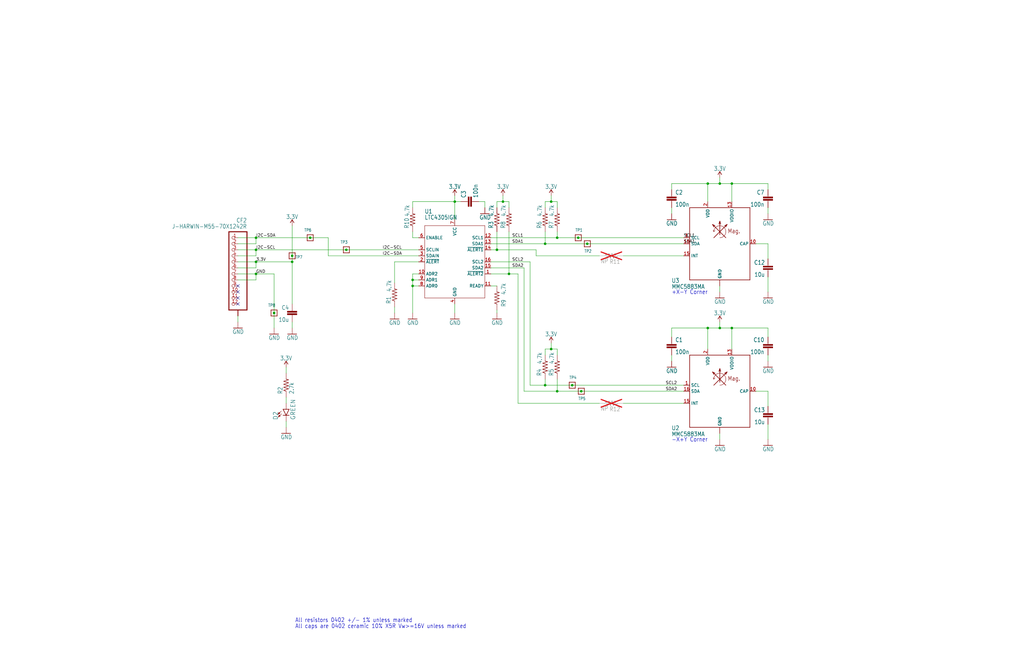
<source format=kicad_sch>
(kicad_sch (version 20231120) (generator "eeschema") (generator_version "8.0")
  (paper "USLedger")
  (title_block (title "OreSat0 +Z End Cap") (date "2021-04-06") (rev "1.1"))
  (lib_symbols
    (symbol "oresat0-plusz-end-cap-eagle-import:3.3V" (power)
      (symbol "3.3V_1_0"
        (polyline (pts (xy 0 2.54) (xy -0.762 1.27)) (stroke (width 0.254)))
        (polyline (pts (xy 0.762 1.27) (xy 0 2.54)) (stroke (width 0.254)))
        (pin power_in line (at 0 0 90) (length 2.54) (name "3.3V") (number "1"))
      )
    )
    (symbol "oresat0-plusz-end-cap-eagle-import:C-EU0603-B-NOSILK"
      (property "Reference" "C" (at 1.524 0.381 0))
      (symbol "C-EU0603-B-NOSILK_1_0"
        (rectangle (start -2.032 -2.032) (end 2.032 -1.524) (fill (type outline)))
        (rectangle (start -2.032 -1.016) (end 2.032 -0.508) (fill (type outline)))
        (polyline (pts (xy 0 -2.54) (xy 0 -2.032)) (stroke (width 0.1524)))
        (polyline (pts (xy 0 0) (xy 0 -0.508)) (stroke (width 0.1524)))
        (pin passive line (at 0 2.54 270) (length 2.54) (name "1") (number "1"))
        (pin passive line (at 0 -5.08 90) (length 2.54) (name "2") (number "2"))
      )
    )
    (symbol "oresat0-plusz-end-cap-eagle-import:GND" (power)
      (symbol "GND_1_0"
        (polyline (pts (xy -1.905 0) (xy 1.905 0)) (stroke (width 0.254)))
        (pin power_in line (at 0 2.54 270) (length 2.54) (name "GND") (number "1"))
      )
    )
    (symbol "oresat0-plusz-end-cap-eagle-import:J-HARWIN-M55-70X1242R"
      (property "Reference" "CF" (at -6.35 19.05 0))
      (symbol "J-HARWIN-M55-70X1242R_1_0"
        (polyline (pts (xy -6.35 -17.78) (xy 1.27 -17.78)) (stroke (width 0.4064)))
        (polyline (pts (xy -6.35 15.24) (xy -6.35 -17.78)) (stroke (width 0.4064)))
        (polyline (pts (xy 1.27 -17.78) (xy 1.27 15.24)) (stroke (width 0.4064)))
        (polyline (pts (xy 1.27 15.24) (xy -6.35 15.24)) (stroke (width 0.4064)))
        (pin passive inverted (at -2.54 12.7 0) (length 2.54) (name "1") (number "1"))
        (pin passive inverted (at -2.54 -10.16 0) (length 2.54) (name "10") (number "10"))
        (pin passive inverted (at -2.54 -12.7 0) (length 2.54) (name "11") (number "11"))
        (pin passive inverted (at -2.54 -15.24 0) (length 2.54) (name "12") (number "12"))
        (pin passive inverted (at -2.54 10.16 0) (length 2.54) (name "2") (number "2"))
        (pin passive inverted (at -2.54 7.62 0) (length 2.54) (name "3") (number "3"))
        (pin passive inverted (at -2.54 5.08 0) (length 2.54) (name "4") (number "4"))
        (pin passive inverted (at -2.54 2.54 0) (length 2.54) (name "5") (number "5"))
        (pin passive inverted (at -2.54 0 0) (length 2.54) (name "6") (number "6"))
        (pin passive inverted (at -2.54 -2.54 0) (length 2.54) (name "7") (number "7"))
        (pin passive inverted (at -2.54 -5.08 0) (length 2.54) (name "8") (number "8"))
        (pin passive inverted (at -2.54 -7.62 0) (length 2.54) (name "9") (number "9"))
        (pin passive line (at -2.54 -20.32 90) (length 2.54) (name "SHIELDS") (number "P$1"))
        (pin passive line (at -2.54 -20.32 90) (length 2.54) (name "SHIELDS") (number "P$2"))
        (pin passive line (at -2.54 -20.32 90) (length 2.54) (name "SHIELDS") (number "P$3"))
        (pin passive line (at -2.54 -20.32 90) (length 2.54) (name "SHIELDS") (number "P$4"))
      )
    )
    (symbol "oresat0-plusz-end-cap-eagle-import:LED-GREEN0603"
      (property "Reference" "D" (at -3.429 -4.572 90))
      (symbol "LED-GREEN0603_1_0"
        (polyline (pts (xy -2.032 -0.762) (xy -3.429 -2.159)) (stroke (width 0.1524)))
        (polyline (pts (xy -1.905 -1.905) (xy -3.302 -3.302)) (stroke (width 0.1524)))
        (polyline (pts (xy 0 -2.54) (xy -1.27 -2.54)) (stroke (width 0.254)))
        (polyline (pts (xy 0 -2.54) (xy -1.27 0)) (stroke (width 0.254)))
        (polyline (pts (xy 1.27 -2.54) (xy 0 -2.54)) (stroke (width 0.254)))
        (polyline (pts (xy 1.27 0) (xy -1.27 0)) (stroke (width 0.254)))
        (polyline (pts (xy 1.27 0) (xy 0 -2.54)) (stroke (width 0.254)))
        (polyline (pts (xy -3.429 -2.159) (xy -3.048 -1.27) (xy -2.54 -1.778)) (stroke (width 0.1524)) (fill (type outline)))
        (polyline (pts (xy -3.302 -3.302) (xy -2.921 -2.413) (xy -2.413 -2.921)) (stroke (width 0.1524)) (fill (type outline)))
        (pin passive line (at 0 2.54 270) (length 2.54) (name "A") (number "A"))
        (pin passive line (at 0 -5.08 90) (length 2.54) (name "C") (number "C"))
      )
    )
    (symbol "oresat0-plusz-end-cap-eagle-import:LTC4305"
      (symbol "LTC4305_1_0"
        (polyline (pts (xy -12.7 -15.24) (xy 12.7 -15.24)) (stroke (width 0.1524)))
        (polyline (pts (xy -12.7 15.24) (xy -12.7 -15.24)) (stroke (width 0.1524)))
        (polyline (pts (xy 12.7 -15.24) (xy 12.7 15.24)) (stroke (width 0.1524)))
        (polyline (pts (xy 12.7 15.24) (xy -12.7 15.24)) (stroke (width 0.1524)))
        (pin input line (at 15.24 -5.08 180) (length 2.54) (name "~{ALERT2}") (number "1"))
        (pin input line (at -15.24 -5.08 0) (length 2.54) (name "ADR2") (number "10"))
        (pin output line (at 15.24 -10.16 180) (length 2.54) (name "READY") (number "11"))
        (pin bidirectional line (at 15.24 10.16 180) (length 2.54) (name "SCL1") (number "12"))
        (pin bidirectional line (at 15.24 7.62 180) (length 2.54) (name "SDA1") (number "13"))
        (pin input line (at 15.24 5.08 180) (length 2.54) (name "~{ALERT1}") (number "14"))
        (pin bidirectional line (at 15.24 -2.54 180) (length 2.54) (name "SDA2") (number "15"))
        (pin bidirectional line (at 15.24 0 180) (length 2.54) (name "SCL2") (number "16"))
        (pin output line (at -15.24 0 0) (length 2.54) (name "~{ALERT}") (number "2"))
        (pin bidirectional line (at -15.24 2.54 0) (length 2.54) (name "SDAIN") (number "3"))
        (pin power_in line (at 0 -17.78 90) (length 2.54) (name "GND") (number "4"))
        (pin bidirectional line (at -15.24 5.08 0) (length 2.54) (name "SCLIN") (number "5"))
        (pin input line (at -15.24 10.16 0) (length 2.54) (name "ENABLE") (number "6"))
        (pin power_in line (at 0 17.78 270) (length 2.54) (name "VCC") (number "7"))
        (pin input line (at -15.24 -10.16 0) (length 2.54) (name "ADR0") (number "8"))
        (pin input line (at -15.24 -7.62 0) (length 2.54) (name "ADR1") (number "9"))
      )
    )
    (symbol "oresat0-plusz-end-cap-eagle-import:MMC5883MA"
      (symbol "MMC5883MA_1_0"
        (polyline (pts (xy -12.7 -15.24) (xy 12.7 -15.24)) (stroke (width 0.254)))
        (polyline (pts (xy -12.7 15.24) (xy -12.7 -15.24)) (stroke (width 0.254)))
        (polyline (pts (xy -3.048 8.128) (xy -2.54 7.112)) (stroke (width 0.254)))
        (polyline (pts (xy -3.048 8.128) (xy -2.032 7.62)) (stroke (width 0.254)))
        (polyline (pts (xy -3.048 8.128) (xy 2.54 2.54)) (stroke (width 0.254)))
        (polyline (pts (xy -2.54 2.54) (xy 3.048 8.128)) (stroke (width 0.254)))
        (polyline (pts (xy -2.54 5.08) (xy -2.794 5.715)) (stroke (width 0.1524)))
        (polyline (pts (xy -2.54 5.08) (xy -2.032 5.588)) (stroke (width 0.1524)))
        (polyline (pts (xy 0 3.81) (xy 0 9.525)) (stroke (width 0.254)))
        (polyline (pts (xy 0 9.525) (xy -0.381 8.382)) (stroke (width 0.254)))
        (polyline (pts (xy 0 9.525) (xy 0.381 8.382)) (stroke (width 0.254)))
        (polyline (pts (xy 3.048 8.128) (xy 2.032 7.62)) (stroke (width 0.254)))
        (polyline (pts (xy 3.048 8.128) (xy 2.54 7.112)) (stroke (width 0.254)))
        (polyline (pts (xy 12.7 -15.24) (xy 12.7 15.24)) (stroke (width 0.254)))
        (polyline (pts (xy 12.7 15.24) (xy -12.7 15.24)) (stroke (width 0.254)))
        (arc (start 0 2.54) (mid 1.7961 6.8761) (end -2.54 5.08) (stroke (width 0.1524)))
        (text "Mag." (at 3.302 4.318 0) (effects (font (size 1.778 1.5113)) (justify left bottom)))
        (pin input line (at -15.24 2.54 0) (length 2.54) (name "SCL") (number "1"))
        (pin power_in line (at 15.24 0 180) (length 2.54) (name "CAP") (number "10"))
        (pin power_in line (at 0 -17.78 90) (length 2.54) (name "GND") (number "11"))
        (pin power_in line (at 5.08 17.78 270) (length 2.54) (name "VDDIO") (number "13"))
        (pin output line (at -15.24 -5.08 0) (length 2.54) (name "INT") (number "15"))
        (pin bidirectional line (at -15.24 0 0) (length 2.54) (name "SDA") (number "16"))
        (pin power_in line (at -5.08 17.78 270) (length 2.54) (name "VDD") (number "2"))
        (pin power_in line (at 0 -17.78 90) (length 2.54) (name "GND") (number "9"))
      )
    )
    (symbol "oresat0-plusz-end-cap-eagle-import:R-US_0603-B-NOSILK"
      (property "Reference" "R" (at -3.81 1.4986 0))
      (symbol "R-US_0603-B-NOSILK_1_0"
        (polyline (pts (xy -2.54 0) (xy -2.159 1.016)) (stroke (width 0.2032)))
        (polyline (pts (xy -2.159 1.016) (xy -1.524 -1.016)) (stroke (width 0.2032)))
        (polyline (pts (xy -1.524 -1.016) (xy -0.889 1.016)) (stroke (width 0.2032)))
        (polyline (pts (xy -0.889 1.016) (xy -0.254 -1.016)) (stroke (width 0.2032)))
        (polyline (pts (xy -0.254 -1.016) (xy 0.381 1.016)) (stroke (width 0.2032)))
        (polyline (pts (xy 0.381 1.016) (xy 1.016 -1.016)) (stroke (width 0.2032)))
        (polyline (pts (xy 1.016 -1.016) (xy 1.651 1.016)) (stroke (width 0.2032)))
        (polyline (pts (xy 1.651 1.016) (xy 2.286 -1.016)) (stroke (width 0.2032)))
        (polyline (pts (xy 2.286 -1.016) (xy 2.54 0)) (stroke (width 0.2032)))
        (pin passive line (at -5.08 0 0) (length 2.54) (name "1") (number "1"))
        (pin passive line (at 5.08 0 180) (length 2.54) (name "2") (number "2"))
      )
    )
    (symbol "oresat0-plusz-end-cap-eagle-import:TEST-POINT-LARGE-SQUARE"
      (property "Reference" "TP" (at -2.54 2.54 0))
      (symbol "TEST-POINT-LARGE-SQUARE_1_0"
        (polyline (pts (xy -1.27 -1.27) (xy -1.27 1.27)) (stroke (width 0.254)))
        (polyline (pts (xy -1.27 1.27) (xy 1.27 1.27)) (stroke (width 0.254)))
        (polyline (pts (xy 1.27 -1.27) (xy -1.27 -1.27)) (stroke (width 0.254)))
        (polyline (pts (xy 1.27 1.27) (xy 1.27 -1.27)) (stroke (width 0.254)))
        (pin passive line (at 0 0 0) (length 0) (name "1") (number "1"))
      )
    )
  )
  (junction (at 107.95 115.57))
  (junction (at 123.19 107.95))
  (junction (at 173.99 118.11))
  (junction (at 123.19 110.49))
  (junction (at 241.3 162.56))
  (junction (at 308.61 77.47))
  (junction (at 232.41 85.09))
  (junction (at 146.05 105.41))
  (junction (at 209.55 105.41))
  (junction (at 229.87 162.56))
  (junction (at 107.95 110.49))
  (junction (at 245.11 165.1))
  (junction (at 234.95 165.1))
  (junction (at 214.63 115.57))
  (junction (at 232.41 147.32))
  (junction (at 234.95 100.33))
  (junction (at 173.99 120.65))
  (junction (at 107.95 105.41))
  (junction (at 212.09 85.09))
  (junction (at 247.65 102.87))
  (junction (at 298.45 138.43))
  (junction (at 308.61 138.43))
  (junction (at 107.95 100.33))
  (junction (at 191.77 85.09))
  (junction (at 229.87 102.87))
  (junction (at 303.53 77.47))
  (junction (at 130.81 100.33))
  (junction (at 298.45 77.47))
  (junction (at 115.57 132.08))
  (junction (at 303.53 138.43))
  (junction (at 243.84 100.33))
  (no_connect (at 100.33 125.73))
  (no_connect (at 100.33 128.27))
  (no_connect (at 100.33 123.19))
  (no_connect (at 100.33 120.65))
  (wire (pts (xy 229.87 97.79) (xy 229.87 102.87)) (stroke (width 0.1524)))
  (wire (pts (xy 123.19 135.89) (xy 123.19 138.43)) (stroke (width 0.1524)))
  (wire (pts (xy 212.09 85.09) (xy 214.63 85.09)) (stroke (width 0.1524)))
  (wire (pts (xy 107.95 115.57) (xy 107.95 118.11)) (stroke (width 0.1524)))
  (wire (pts (xy 173.99 85.09) (xy 191.77 85.09)) (stroke (width 0.1524)))
  (wire (pts (xy 107.95 105.41) (xy 100.33 105.41)) (stroke (width 0.1524)))
  (wire (pts (xy 323.85 149.86) (xy 323.85 152.4)) (stroke (width 0.1524)))
  (wire (pts (xy 243.84 100.33) (xy 288.29 100.33)) (stroke (width 0.1524)))
  (wire (pts (xy 214.63 115.57) (xy 214.63 97.79)) (stroke (width 0.1524)))
  (wire (pts (xy 323.85 109.22) (xy 323.85 102.87)) (stroke (width 0.1524)))
  (wire (pts (xy 166.37 110.49) (xy 166.37 119.38)) (stroke (width 0.1524)))
  (wire (pts (xy 207.01 105.41) (xy 209.55 105.41)) (stroke (width 0.1524)))
  (wire (pts (xy 107.95 100.33) (xy 107.95 102.87)) (stroke (width 0.1524)))
  (wire (pts (xy 209.55 105.41) (xy 209.55 97.79)) (stroke (width 0.1524)))
  (wire (pts (xy 308.61 138.43) (xy 303.53 138.43)) (stroke (width 0.1524)))
  (wire (pts (xy 107.95 110.49) (xy 123.19 110.49)) (stroke (width 0.1524)))
  (wire (pts (xy 303.53 138.43) (xy 303.53 135.89)) (stroke (width 0.1524)))
  (wire (pts (xy 201.93 85.09) (xy 204.47 85.09)) (stroke (width 0.1524)))
  (wire (pts (xy 283.21 87.63) (xy 283.21 90.17)) (stroke (width 0.1524)))
  (wire (pts (xy 288.29 107.95) (xy 262.89 107.95)) (stroke (width 0.1524)))
  (wire (pts (xy 107.95 113.03) (xy 100.33 113.03)) (stroke (width 0.1524)))
  (wire (pts (xy 229.87 160.02) (xy 229.87 162.56)) (stroke (width 0.1524)))
  (wire (pts (xy 100.33 115.57) (xy 107.95 115.57)) (stroke (width 0.1524)))
  (wire (pts (xy 115.57 132.08) (xy 115.57 138.43)) (stroke (width 0.1524)))
  (wire (pts (xy 308.61 147.32) (xy 308.61 138.43)) (stroke (width 0.1524)))
  (wire (pts (xy 191.77 132.08) (xy 191.77 128.27)) (stroke (width 0.1524)))
  (wire (pts (xy 107.95 110.49) (xy 100.33 110.49)) (stroke (width 0.1524)))
  (wire (pts (xy 220.98 165.1) (xy 234.95 165.1)) (stroke (width 0.1524)))
  (wire (pts (xy 229.87 102.87) (xy 207.01 102.87)) (stroke (width 0.1524)))
  (wire (pts (xy 234.95 160.02) (xy 234.95 165.1)) (stroke (width 0.1524)))
  (wire (pts (xy 176.53 100.33) (xy 173.99 100.33)) (stroke (width 0.1524)))
  (wire (pts (xy 212.09 85.09) (xy 212.09 82.55)) (stroke (width 0.1524)))
  (wire (pts (xy 303.53 77.47) (xy 308.61 77.47)) (stroke (width 0.1524)))
  (wire (pts (xy 323.85 90.17) (xy 323.85 87.63)) (stroke (width 0.1524)))
  (wire (pts (xy 173.99 132.08) (xy 173.99 120.65)) (stroke (width 0.1524)))
  (wire (pts (xy 207.01 115.57) (xy 214.63 115.57)) (stroke (width 0.1524)))
  (wire (pts (xy 283.21 77.47) (xy 298.45 77.47)) (stroke (width 0.1524)))
  (wire (pts (xy 245.11 165.1) (xy 288.29 165.1)) (stroke (width 0.1524)))
  (wire (pts (xy 123.19 128.27) (xy 123.19 110.49)) (stroke (width 0.1524)))
  (wire (pts (xy 107.95 115.57) (xy 115.57 115.57)) (stroke (width 0.1524)))
  (wire (pts (xy 323.85 116.84) (xy 323.85 123.19)) (stroke (width 0.1524)))
  (wire (pts (xy 303.53 74.93) (xy 303.53 77.47)) (stroke (width 0.1524)))
  (wire (pts (xy 229.87 162.56) (xy 241.3 162.56)) (stroke (width 0.1524)))
  (wire (pts (xy 298.45 77.47) (xy 303.53 77.47)) (stroke (width 0.1524)))
  (wire (pts (xy 323.85 77.47) (xy 323.85 80.01)) (stroke (width 0.1524)))
  (wire (pts (xy 223.52 162.56) (xy 223.52 110.49)) (stroke (width 0.1524)))
  (wire (pts (xy 209.55 130.81) (xy 209.55 132.08)) (stroke (width 0.1524)))
  (wire (pts (xy 100.33 135.89) (xy 100.33 133.35)) (stroke (width 0.1524)))
  (wire (pts (xy 232.41 85.09) (xy 234.95 85.09)) (stroke (width 0.1524)))
  (wire (pts (xy 107.95 110.49) (xy 107.95 113.03)) (stroke (width 0.1524)))
  (wire (pts (xy 176.53 110.49) (xy 166.37 110.49)) (stroke (width 0.1524)))
  (wire (pts (xy 226.06 107.95) (xy 226.06 105.41)) (stroke (width 0.1524)))
  (wire (pts (xy 218.44 115.57) (xy 214.63 115.57)) (stroke (width 0.1524)))
  (wire (pts (xy 234.95 100.33) (xy 243.84 100.33)) (stroke (width 0.1524)))
  (wire (pts (xy 298.45 147.32) (xy 298.45 138.43)) (stroke (width 0.1524)))
  (wire (pts (xy 107.95 118.11) (xy 100.33 118.11)) (stroke (width 0.1524)))
  (wire (pts (xy 252.73 107.95) (xy 226.06 107.95)) (stroke (width 0.1524)))
  (wire (pts (xy 173.99 120.65) (xy 176.53 120.65)) (stroke (width 0.1524)))
  (wire (pts (xy 123.19 95.25) (xy 123.19 107.95)) (stroke (width 0.1524)))
  (wire (pts (xy 176.53 105.41) (xy 146.05 105.41)) (stroke (width 0.1524)))
  (wire (pts (xy 308.61 85.09) (xy 308.61 77.47)) (stroke (width 0.1524)))
  (wire (pts (xy 191.77 85.09) (xy 191.77 92.71)) (stroke (width 0.1524)))
  (wire (pts (xy 173.99 115.57) (xy 176.53 115.57)) (stroke (width 0.1524)))
  (wire (pts (xy 303.53 182.88) (xy 303.53 185.42)) (stroke (width 0.1524)))
  (wire (pts (xy 173.99 118.11) (xy 176.53 118.11)) (stroke (width 0.1524)))
  (wire (pts (xy 173.99 87.63) (xy 173.99 85.09)) (stroke (width 0.1524)))
  (wire (pts (xy 120.65 177.8) (xy 120.65 180.34)) (stroke (width 0.1524)))
  (wire (pts (xy 241.3 162.56) (xy 288.29 162.56)) (stroke (width 0.1524)))
  (wire (pts (xy 204.47 85.09) (xy 204.47 87.63)) (stroke (width 0.1524)))
  (wire (pts (xy 229.87 149.86) (xy 229.87 147.32)) (stroke (width 0.1524)))
  (wire (pts (xy 232.41 85.09) (xy 232.41 82.55)) (stroke (width 0.1524)))
  (wire (pts (xy 173.99 120.65) (xy 173.99 118.11)) (stroke (width 0.1524)))
  (wire (pts (xy 323.85 179.07) (xy 323.85 185.42)) (stroke (width 0.1524)))
  (wire (pts (xy 234.95 165.1) (xy 245.11 165.1)) (stroke (width 0.1524)))
  (wire (pts (xy 107.95 100.33) (xy 100.33 100.33)) (stroke (width 0.1524)))
  (wire (pts (xy 123.19 107.95) (xy 123.19 110.49)) (stroke (width 0.1524)))
  (wire (pts (xy 234.95 85.09) (xy 234.95 87.63)) (stroke (width 0.1524)))
  (wire (pts (xy 107.95 102.87) (xy 100.33 102.87)) (stroke (width 0.1524)))
  (wire (pts (xy 130.81 100.33) (xy 107.95 100.33)) (stroke (width 0.1524)))
  (wire (pts (xy 288.29 170.18) (xy 262.89 170.18)) (stroke (width 0.1524)))
  (wire (pts (xy 120.65 167.64) (xy 120.65 170.18)) (stroke (width 0.1524)))
  (wire (pts (xy 207.01 120.65) (xy 209.55 120.65)) (stroke (width 0.1524)))
  (wire (pts (xy 229.87 162.56) (xy 223.52 162.56)) (stroke (width 0.1524)))
  (wire (pts (xy 120.65 154.94) (xy 120.65 157.48)) (stroke (width 0.1524)))
  (wire (pts (xy 283.21 142.24) (xy 283.21 138.43)) (stroke (width 0.1524)))
  (wire (pts (xy 308.61 138.43) (xy 323.85 138.43)) (stroke (width 0.1524)))
  (wire (pts (xy 323.85 165.1) (xy 318.77 165.1)) (stroke (width 0.1524)))
  (wire (pts (xy 218.44 170.18) (xy 218.44 115.57)) (stroke (width 0.1524)))
  (wire (pts (xy 229.87 147.32) (xy 232.41 147.32)) (stroke (width 0.1524)))
  (wire (pts (xy 247.65 102.87) (xy 229.87 102.87)) (stroke (width 0.1524)))
  (wire (pts (xy 220.98 113.03) (xy 220.98 165.1)) (stroke (width 0.1524)))
  (wire (pts (xy 232.41 85.09) (xy 229.87 85.09)) (stroke (width 0.1524)))
  (wire (pts (xy 308.61 77.47) (xy 323.85 77.47)) (stroke (width 0.1524)))
  (wire (pts (xy 232.41 147.32) (xy 234.95 147.32)) (stroke (width 0.1524)))
  (wire (pts (xy 298.45 138.43) (xy 303.53 138.43)) (stroke (width 0.1524)))
  (wire (pts (xy 303.53 123.19) (xy 303.53 120.65)) (stroke (width 0.1524)))
  (wire (pts (xy 223.52 110.49) (xy 207.01 110.49)) (stroke (width 0.1524)))
  (wire (pts (xy 283.21 149.86) (xy 283.21 152.4)) (stroke (width 0.1524)))
  (wire (pts (xy 166.37 129.54) (xy 166.37 132.08)) (stroke (width 0.1524)))
  (wire (pts (xy 283.21 138.43) (xy 298.45 138.43)) (stroke (width 0.1524)))
  (wire (pts (xy 209.55 85.09) (xy 212.09 85.09)) (stroke (width 0.1524)))
  (wire (pts (xy 209.55 87.63) (xy 209.55 85.09)) (stroke (width 0.1524)))
  (wire (pts (xy 207.01 113.03) (xy 220.98 113.03)) (stroke (width 0.1524)))
  (wire (pts (xy 173.99 118.11) (xy 173.99 115.57)) (stroke (width 0.1524)))
  (wire (pts (xy 232.41 147.32) (xy 232.41 144.78)) (stroke (width 0.1524)))
  (wire (pts (xy 146.05 105.41) (xy 107.95 105.41)) (stroke (width 0.1524)))
  (wire (pts (xy 288.29 102.87) (xy 247.65 102.87)) (stroke (width 0.1524)))
  (wire (pts (xy 107.95 105.41) (xy 107.95 107.95)) (stroke (width 0.1524)))
  (wire (pts (xy 323.85 171.45) (xy 323.85 165.1)) (stroke (width 0.1524)))
  (wire (pts (xy 283.21 80.01) (xy 283.21 77.47)) (stroke (width 0.1524)))
  (wire (pts (xy 194.31 85.09) (xy 191.77 85.09)) (stroke (width 0.1524)))
  (wire (pts (xy 226.06 105.41) (xy 209.55 105.41)) (stroke (width 0.1524)))
  (wire (pts (xy 107.95 107.95) (xy 100.33 107.95)) (stroke (width 0.1524)))
  (wire (pts (xy 138.43 107.95) (xy 176.53 107.95)) (stroke (width 0.1524)))
  (wire (pts (xy 298.45 85.09) (xy 298.45 77.47)) (stroke (width 0.1524)))
  (wire (pts (xy 207.01 100.33) (xy 234.95 100.33)) (stroke (width 0.1524)))
  (wire (pts (xy 323.85 102.87) (xy 318.77 102.87)) (stroke (width 0.1524)))
  (wire (pts (xy 115.57 115.57) (xy 115.57 132.08)) (stroke (width 0.1524)))
  (wire (pts (xy 138.43 107.95) (xy 138.43 100.33)) (stroke (width 0.1524)))
  (wire (pts (xy 173.99 100.33) (xy 173.99 97.79)) (stroke (width 0.1524)))
  (wire (pts (xy 191.77 82.55) (xy 191.77 85.09)) (stroke (width 0.1524)))
  (wire (pts (xy 138.43 100.33) (xy 130.81 100.33)) (stroke (width 0.1524)))
  (wire (pts (xy 214.63 85.09) (xy 214.63 87.63)) (stroke (width 0.1524)))
  (wire (pts (xy 323.85 138.43) (xy 323.85 142.24)) (stroke (width 0.1524)))
  (wire (pts (xy 252.73 170.18) (xy 218.44 170.18)) (stroke (width 0.1524)))
  (wire (pts (xy 234.95 147.32) (xy 234.95 149.86)) (stroke (width 0.1524)))
  (wire (pts (xy 234.95 97.79) (xy 234.95 100.33)) (stroke (width 0.1524)))
  (wire (pts (xy 229.87 85.09) (xy 229.87 87.63)) (stroke (width 0.1524)))
  (text "+X-Y Corner" (at 283.21 124.46 0) (effects (font (size 1.778 1.5113)) (justify left bottom)))
  (text "All resistors 0402 +/- 1% unless marked" (at 124.46 262.89 0) (effects (font (size 1.778 1.5113)) (justify left bottom)))
  (text "-X+Y Corner" (at 283.21 186.69 0) (effects (font (size 1.778 1.5113)) (justify left bottom)))
  (text "All caps are 0402 ceramic 10% X5R Vw>=16V unless marked" (at 124.46 265.43 0) (effects (font (size 1.778 1.5113)) (justify left bottom)))
  (label "SDA2" (at 215.9 113.03 0) (effects (font (size 1.2446 1.2446))))
  (label "GND" (at 107.95 115.57 0) (effects (font (size 1.2446 1.2446))))
  (label "SCL1" (at 215.9 100.33 0) (effects (font (size 1.2446 1.2446))))
  (label "3.3V" (at 107.95 110.49 0) (effects (font (size 1.2446 1.2446))))
  (label "I2C-SDA" (at 107.95 100.33 0) (effects (font (size 1.2446 1.2446))))
  (label "I2C-SDA" (at 161.29 107.95 0) (effects (font (size 1.2446 1.2446))))
  (label "SCL2" (at 280.67 162.56 0) (effects (font (size 1.2446 1.2446))))
  (label "I2C-SCL" (at 107.95 105.41 0) (effects (font (size 1.2446 1.2446))))
  (label "SDA1" (at 288.29 102.87 0) (effects (font (size 1.2446 1.2446))))
  (label "SCL2" (at 215.9 110.49 0) (effects (font (size 1.2446 1.2446))))
  (label "SCL1" (at 288.29 100.33 0) (effects (font (size 1.2446 1.2446))))
  (label "I2C-SCL" (at 161.29 105.41 0) (effects (font (size 1.2446 1.2446))))
  (label "SDA2" (at 280.67 165.1 0) (effects (font (size 1.2446 1.2446))))
  (label "SDA1" (at 215.9 102.87 0) (effects (font (size 1.2446 1.2446))))
  (symbol (lib_id "oresat0-plusz-end-cap-eagle-import:C-EU0603-B-NOSILK") (at 323.85 173.99 0) (mirror y) (unit 1)
    (property "Reference" "C13" (at 322.58 173.99 0) (effects (font (size 1.778 1.5113)) (justify left bottom)))
    (property "Value" "10u" (at 322.58 179.07 0) (effects (font (size 1.778 1.5113)) (justify left bottom)))
    (property "Footprint" "oresat0-plusz-end-cap:.0603-B-NOSILK" (effects (hide yes)))
    (property "DIS" "Digi-Key" (effects (hide yes)))
    (property "DPN" "490-14461-1-ND" (effects (hide yes)))
    (property "MFR" "Murata" (effects (hide yes)))
    (property "MPN" "GRM188D71A106KA73D" (effects (hide yes)))
  )
  (symbol (lib_id "oresat0-plusz-end-cap-eagle-import:TEST-POINT-LARGE-SQUARE") (at 115.57 132.08 0) (unit 1)
    (property "Reference" "TP8" (at 113.03 129.54 0) (effects (font (size 1.27 1.0795)) (justify left bottom)))
    (property "Value" "TEST-POINT-LARGE-SQUARE" (effects (hide yes)))
    (property "Footprint" "oresat0-plusz-end-cap:1X01" (effects (hide yes)))
  )
  (symbol (lib_id "oresat0-plusz-end-cap-eagle-import:R-US_0603-B-NOSILK") (at 209.55 125.73 90) (unit 1)
    (property "Reference" "R9" (at 213.36 129.54 0) (effects (font (size 1.778 1.5113)) (justify left bottom)))
    (property "Value" "4.7k" (at 213.36 124.46 0) (effects (font (size 1.778 1.5113)) (justify left bottom)))
    (property "Footprint" "oresat0-plusz-end-cap:.0603-B-NOSILK" (effects (hide yes)))
    (property "DIS" "Digi-Key" (effects (hide yes)))
    (property "DPN" "A129696CT-ND" (effects (hide yes)))
    (property "MFR" "TE Connectivity" (effects (hide yes)))
    (property "MPN" "CRGCQ0603F4K7" (effects (hide yes)))
  )
  (symbol (lib_id "oresat0-plusz-end-cap-eagle-import:GND") (at 283.21 92.71 0) (mirror y) (unit 1)
    (property "Reference" "#GND010" (effects (hide yes)))
    (property "Value" "GND" (at 285.75 95.25 0) (effects (font (size 1.778 1.5113)) (justify left bottom)))
  )
  (symbol (lib_id "oresat0-plusz-end-cap-eagle-import:TEST-POINT-LARGE-SQUARE") (at 247.65 102.87 0) (unit 1)
    (property "Reference" "TP2" (at 246.38 106.68 0) (effects (font (size 1.27 1.0795)) (justify left bottom)))
    (property "Value" "TEST-POINT-LARGE-SQUARE" (effects (hide yes)))
    (property "Footprint" "oresat0-plusz-end-cap:1X01" (effects (hide yes)))
  )
  (symbol (lib_id "oresat0-plusz-end-cap-eagle-import:C-EU0603-B-NOSILK") (at 196.85 85.09 90) (unit 1)
    (property "Reference" "C3" (at 196.469 83.566 0) (effects (font (size 1.778 1.5113)) (justify left bottom)))
    (property "Value" "100n" (at 201.549 83.566 0) (effects (font (size 1.778 1.5113)) (justify left bottom)))
    (property "Footprint" "oresat0-plusz-end-cap:.0603-B-NOSILK" (effects (hide yes)))
    (property "DIS" "Digi-Key" (effects (hide yes)))
    (property "DPN" "1276-CL10B104KB8NNNLCT-ND" (effects (hide yes)))
    (property "MFR" "Samsung" (effects (hide yes)))
    (property "MPN" "CL10B104KB8NNNL" (effects (hide yes)))
  )
  (symbol (lib_id "oresat0-plusz-end-cap-eagle-import:R-US_0603-B-NOSILK") (at 229.87 92.71 90) (unit 1)
    (property "Reference" "R6" (at 228.3714 96.52 0) (effects (font (size 1.778 1.5113)) (justify left bottom)))
    (property "Value" "4.7k" (at 228.6 91.44 0) (effects (font (size 1.778 1.5113)) (justify left bottom)))
    (property "Footprint" "oresat0-plusz-end-cap:.0603-B-NOSILK" (effects (hide yes)))
    (property "DIS" "Digi-Key" (effects (hide yes)))
    (property "DPN" "A129696CT-ND" (effects (hide yes)))
    (property "MFR" "TE Connectivity" (effects (hide yes)))
    (property "MPN" "CRGCQ0603F4K7" (effects (hide yes)))
  )
  (symbol (lib_id "oresat0-plusz-end-cap-eagle-import:GND") (at 303.53 125.73 0) (mirror y) (unit 1)
    (property "Reference" "#GND02" (effects (hide yes)))
    (property "Value" "GND" (at 306.07 128.27 0) (effects (font (size 1.778 1.5113)) (justify left bottom)))
  )
  (symbol (lib_id "oresat0-plusz-end-cap-eagle-import:GND") (at 173.99 134.62 0) (mirror y) (unit 1)
    (property "Reference" "#GND012" (effects (hide yes)))
    (property "Value" "GND" (at 176.53 137.16 0) (effects (font (size 1.778 1.5113)) (justify left bottom)))
  )
  (symbol (lib_id "oresat0-plusz-end-cap-eagle-import:MMC5883MA") (at 303.53 102.87 0) (unit 1)
    (property "Reference" "U3" (at 283.21 119.38 0) (effects (font (size 1.778 1.5113)) (justify left bottom)))
    (property "Value" "MMC5883MA" (at 283.21 121.92 0) (effects (font (size 1.778 1.5113)) (justify left bottom)))
    (property "Footprint" "oresat0-plusz-end-cap:LGA-16(3X3)" (effects (hide yes)))
    (property "DIS" "Digi-Key" (effects (hide yes)))
    (property "DPN" "1267-1072-1-ND" (effects (hide yes)))
    (property "MFR" "Memsic" (effects (hide yes)))
    (property "MPN" "MMC5883MA" (effects (hide yes)))
  )
  (symbol (lib_id "oresat0-plusz-end-cap-eagle-import:R-US_0603-B-NOSILK") (at 120.65 162.56 90) (unit 1)
    (property "Reference" "R2" (at 119.1514 166.37 0) (effects (font (size 1.778 1.5113)) (justify left bottom)))
    (property "Value" "2.7k" (at 123.952 166.37 0) (effects (font (size 1.778 1.5113)) (justify left bottom)))
    (property "Footprint" "oresat0-plusz-end-cap:.0603-B-NOSILK" (effects (hide yes)))
    (property "DIS" "Digi-Key" (effects (hide yes)))
    (property "DPN" "A129693CT-ND" (effects (hide yes)))
    (property "MFR" "TE Connectivity" (effects (hide yes)))
    (property "MPN" "CRGCQ0603F2K7" (effects (hide yes)))
  )
  (symbol (lib_id "oresat0-plusz-end-cap-eagle-import:R-US_0603-B-NOSILK") (at 257.81 107.95 180) (unit 1) (dnp yes)
    (property "Reference" "R11" (at 261.62 109.4486 0) (effects (font (size 1.778 1.5113)) (justify left bottom)))
    (property "Value" "NP" (at 256.54 109.22 0) (effects (font (size 1.778 1.5113)) (justify left bottom)))
    (property "Footprint" "oresat0-plusz-end-cap:.0603-B-NOSILK" (effects (hide yes)))
  )
  (symbol (lib_id "oresat0-plusz-end-cap-eagle-import:GND") (at 323.85 92.71 0) (mirror y) (unit 1)
    (property "Reference" "#GND014" (effects (hide yes)))
    (property "Value" "GND" (at 326.39 95.25 0) (effects (font (size 1.778 1.5113)) (justify left bottom)))
  )
  (symbol (lib_id "oresat0-plusz-end-cap-eagle-import:R-US_0603-B-NOSILK") (at 229.87 154.94 90) (unit 1)
    (property "Reference" "R4" (at 228.3714 158.75 0) (effects (font (size 1.778 1.5113)) (justify left bottom)))
    (property "Value" "4.7k" (at 228.6 153.67 0) (effects (font (size 1.778 1.5113)) (justify left bottom)))
    (property "Footprint" "oresat0-plusz-end-cap:.0603-B-NOSILK" (effects (hide yes)))
    (property "DIS" "Digi-Key" (effects (hide yes)))
    (property "DPN" "A129696CT-ND" (effects (hide yes)))
    (property "MFR" "TE Connectivity" (effects (hide yes)))
    (property "MPN" "CRGCQ0603F4K7" (effects (hide yes)))
  )
  (symbol (lib_id "oresat0-plusz-end-cap-eagle-import:GND") (at 209.55 134.62 0) (mirror y) (unit 1)
    (property "Reference" "#GND03" (effects (hide yes)))
    (property "Value" "GND" (at 212.09 137.16 0) (effects (font (size 1.778 1.5113)) (justify left bottom)))
  )
  (symbol (lib_id "oresat0-plusz-end-cap-eagle-import:GND") (at 303.53 187.96 0) (mirror y) (unit 1)
    (property "Reference" "#GND01" (effects (hide yes)))
    (property "Value" "GND" (at 306.07 190.5 0) (effects (font (size 1.778 1.5113)) (justify left bottom)))
  )
  (symbol (lib_id "oresat0-plusz-end-cap-eagle-import:TEST-POINT-LARGE-SQUARE") (at 123.19 107.95 0) (unit 1)
    (property "Reference" "TP7" (at 124.46 109.22 0) (effects (font (size 1.27 1.0795)) (justify left bottom)))
    (property "Value" "TEST-POINT-LARGE-SQUARE" (effects (hide yes)))
    (property "Footprint" "oresat0-plusz-end-cap:1X01" (effects (hide yes)))
  )
  (symbol (lib_id "oresat0-plusz-end-cap-eagle-import:GND") (at 323.85 187.96 0) (mirror y) (unit 1)
    (property "Reference" "#GND06" (effects (hide yes)))
    (property "Value" "GND" (at 326.39 190.5 0) (effects (font (size 1.778 1.5113)) (justify left bottom)))
  )
  (symbol (lib_id "oresat0-plusz-end-cap-eagle-import:C-EU0603-B-NOSILK") (at 283.21 82.55 0) (unit 1)
    (property "Reference" "C2" (at 284.734 82.169 0) (effects (font (size 1.778 1.5113)) (justify left bottom)))
    (property "Value" "100n" (at 284.734 87.249 0) (effects (font (size 1.778 1.5113)) (justify left bottom)))
    (property "Footprint" "oresat0-plusz-end-cap:.0603-B-NOSILK" (effects (hide yes)))
    (property "DIS" "Digi-Key" (effects (hide yes)))
    (property "DPN" "1276-CL10B104KB8NNNLCT-ND" (effects (hide yes)))
    (property "MFR" "Samsung" (effects (hide yes)))
    (property "MPN" "CL10B104KB8NNNL" (effects (hide yes)))
  )
  (symbol (lib_id "oresat0-plusz-end-cap-eagle-import:GND") (at 323.85 125.73 0) (mirror y) (unit 1)
    (property "Reference" "#GND05" (effects (hide yes)))
    (property "Value" "GND" (at 326.39 128.27 0) (effects (font (size 1.778 1.5113)) (justify left bottom)))
  )
  (symbol (lib_id "oresat0-plusz-end-cap-eagle-import:3.3V") (at 120.65 154.94 0) (unit 1)
    (property "Reference" "#SUPPLY08" (effects (hide yes)))
    (property "Value" "3.3V" (at 120.65 152.146 0) (effects (font (size 1.778 1.5113)) (justify bottom)))
  )
  (symbol (lib_id "oresat0-plusz-end-cap-eagle-import:GND") (at 166.37 134.62 0) (mirror y) (unit 1)
    (property "Reference" "#GND04" (effects (hide yes)))
    (property "Value" "GND" (at 168.91 137.16 0) (effects (font (size 1.778 1.5113)) (justify left bottom)))
  )
  (symbol (lib_id "oresat0-plusz-end-cap-eagle-import:GND") (at 115.57 140.97 0) (mirror y) (unit 1)
    (property "Reference" "#GND025" (effects (hide yes)))
    (property "Value" "GND" (at 118.11 143.51 0) (effects (font (size 1.778 1.5113)) (justify left bottom)))
  )
  (symbol (lib_id "oresat0-plusz-end-cap-eagle-import:3.3V") (at 232.41 82.55 0) (mirror y) (unit 1)
    (property "Reference" "#SUPPLY04" (effects (hide yes)))
    (property "Value" "3.3V" (at 232.41 79.756 0) (effects (font (size 1.778 1.5113)) (justify bottom)))
  )
  (symbol (lib_id "oresat0-plusz-end-cap-eagle-import:GND") (at 120.65 182.88 0) (mirror y) (unit 1)
    (property "Reference" "#GND08" (effects (hide yes)))
    (property "Value" "GND" (at 123.19 185.42 0) (effects (font (size 1.778 1.5113)) (justify left bottom)))
  )
  (symbol (lib_id "oresat0-plusz-end-cap-eagle-import:R-US_0603-B-NOSILK") (at 209.55 92.71 90) (unit 1)
    (property "Reference" "R3" (at 208.0514 96.52 0) (effects (font (size 1.778 1.5113)) (justify left bottom)))
    (property "Value" "4.7k" (at 208.28 91.44 0) (effects (font (size 1.778 1.5113)) (justify left bottom)))
    (property "Footprint" "oresat0-plusz-end-cap:.0603-B-NOSILK" (effects (hide yes)))
    (property "DIS" "Digi-Key" (effects (hide yes)))
    (property "DPN" "A129696CT-ND" (effects (hide yes)))
    (property "MFR" "TE Connectivity" (effects (hide yes)))
    (property "MPN" "CRGCQ0603F4K7" (effects (hide yes)))
  )
  (symbol (lib_id "oresat0-plusz-end-cap-eagle-import:J-HARWIN-M55-70X1242R") (at 97.79 113.03 0) (mirror y) (unit 1)
    (property "Reference" "CF2" (at 104.14 93.98 0) (effects (font (size 1.778 1.5113)) (justify left bottom)))
    (property "Value" "J-HARWIN-M55-70X1242R" (at 104.14 96.52 0) (effects (font (size 1.778 1.5113)) (justify left bottom)))
    (property "Footprint" "oresat0-plusz-end-cap:HARWIN-M55-70X1242R" (effects (hide yes)))
    (property "DIS" "Digi-Key" (effects (hide yes)))
    (property "DPN" "A122888-ND" (effects (hide yes)))
    (property "MFR" "Harwin" (effects (hide yes)))
    (property "MPN" "M55-7011242R" (effects (hide yes)))
  )
  (symbol (lib_id "oresat0-plusz-end-cap-eagle-import:R-US_0603-B-NOSILK") (at 173.99 92.71 90) (unit 1)
    (property "Reference" "R10" (at 172.4914 96.52 0) (effects (font (size 1.778 1.5113)) (justify left bottom)))
    (property "Value" "4.7k" (at 172.72 91.44 0) (effects (font (size 1.778 1.5113)) (justify left bottom)))
    (property "Footprint" "oresat0-plusz-end-cap:.0603-B-NOSILK" (effects (hide yes)))
    (property "DIS" "Digi-Key" (effects (hide yes)))
    (property "DPN" "A129696CT-ND" (effects (hide yes)))
    (property "MFR" "TE Connectivity" (effects (hide yes)))
    (property "MPN" "CRGCQ0603F4K7" (effects (hide yes)))
  )
  (symbol (lib_id "oresat0-plusz-end-cap-eagle-import:GND") (at 283.21 154.94 0) (mirror y) (unit 1)
    (property "Reference" "#GND011" (effects (hide yes)))
    (property "Value" "GND" (at 285.75 157.48 0) (effects (font (size 1.778 1.5113)) (justify left bottom)))
  )
  (symbol (lib_id "oresat0-plusz-end-cap-eagle-import:C-EU0603-B-NOSILK") (at 283.21 144.78 0) (unit 1)
    (property "Reference" "C1" (at 284.734 144.399 0) (effects (font (size 1.778 1.5113)) (justify left bottom)))
    (property "Value" "100n" (at 284.734 149.479 0) (effects (font (size 1.778 1.5113)) (justify left bottom)))
    (property "Footprint" "oresat0-plusz-end-cap:.0603-B-NOSILK" (effects (hide yes)))
    (property "DIS" "Digi-Key" (effects (hide yes)))
    (property "DPN" "1276-CL10B104KB8NNNLCT-ND" (effects (hide yes)))
    (property "MFR" "Samsung" (effects (hide yes)))
    (property "MPN" "CL10B104KB8NNNL" (effects (hide yes)))
  )
  (symbol (lib_id "oresat0-plusz-end-cap-eagle-import:GND") (at 100.33 138.43 0) (mirror y) (unit 1)
    (property "Reference" "#GND024" (effects (hide yes)))
    (property "Value" "GND" (at 102.87 140.97 0) (effects (font (size 1.778 1.5113)) (justify left bottom)))
  )
  (symbol (lib_id "oresat0-plusz-end-cap-eagle-import:TEST-POINT-LARGE-SQUARE") (at 146.05 105.41 0) (unit 1)
    (property "Reference" "TP3" (at 143.51 102.87 0) (effects (font (size 1.27 1.0795)) (justify left bottom)))
    (property "Value" "TEST-POINT-LARGE-SQUARE" (effects (hide yes)))
    (property "Footprint" "oresat0-plusz-end-cap:1X01" (effects (hide yes)))
  )
  (symbol (lib_id "oresat0-plusz-end-cap-eagle-import:C-EU0603-B-NOSILK") (at 323.85 144.78 0) (mirror y) (unit 1)
    (property "Reference" "C10" (at 322.326 144.399 0) (effects (font (size 1.778 1.5113)) (justify left bottom)))
    (property "Value" "100n" (at 322.326 149.479 0) (effects (font (size 1.778 1.5113)) (justify left bottom)))
    (property "Footprint" "oresat0-plusz-end-cap:.0603-B-NOSILK" (effects (hide yes)))
    (property "DIS" "Digi-Key" (effects (hide yes)))
    (property "DPN" "1276-CL10B104KB8NNNLCT-ND" (effects (hide yes)))
    (property "MFR" "Samsung" (effects (hide yes)))
    (property "MPN" "CL10B104KB8NNNL" (effects (hide yes)))
  )
  (symbol (lib_id "oresat0-plusz-end-cap-eagle-import:3.3V") (at 212.09 82.55 0) (mirror y) (unit 1)
    (property "Reference" "#SUPPLY07" (effects (hide yes)))
    (property "Value" "3.3V" (at 212.09 79.756 0) (effects (font (size 1.778 1.5113)) (justify bottom)))
  )
  (symbol (lib_id "oresat0-plusz-end-cap-eagle-import:TEST-POINT-LARGE-SQUARE") (at 241.3 162.56 0) (unit 1)
    (property "Reference" "TP4" (at 240.03 160.02 0) (effects (font (size 1.27 1.0795)) (justify left bottom)))
    (property "Value" "TEST-POINT-LARGE-SQUARE" (effects (hide yes)))
    (property "Footprint" "oresat0-plusz-end-cap:1X01" (effects (hide yes)))
  )
  (symbol (lib_id "oresat0-plusz-end-cap-eagle-import:LED-GREEN0603") (at 120.65 172.72 0) (unit 1)
    (property "Reference" "D2" (at 117.221 177.292 90) (effects (font (size 1.778 1.778)) (justify left bottom)))
    (property "Value" "GREEN" (at 122.555 177.292 90) (effects (font (size 1.778 1.778)) (justify left top)))
    (property "Footprint" "oresat0-plusz-end-cap:LED-0603" (effects (hide yes)))
    (property "DIS" "Digi-Key" (effects (hide yes)))
    (property "DPN" "511-1584-1-ND" (effects (hide yes)))
    (property "MFR" "Rohn" (effects (hide yes)))
    (property "MPN" "SML-E12M8WT86" (effects (hide yes)))
  )
  (symbol (lib_id "oresat0-plusz-end-cap-eagle-import:C-EU0603-B-NOSILK") (at 123.19 130.81 0) (mirror y) (unit 1)
    (property "Reference" "C4" (at 121.92 130.81 0) (effects (font (size 1.778 1.5113)) (justify left bottom)))
    (property "Value" "10u" (at 121.92 135.89 0) (effects (font (size 1.778 1.5113)) (justify left bottom)))
    (property "Footprint" "oresat0-plusz-end-cap:.0603-B-NOSILK" (effects (hide yes)))
    (property "DIS" "Digi-Key" (effects (hide yes)))
    (property "DPN" "490-14461-1-ND" (effects (hide yes)))
    (property "MFR" "Murata" (effects (hide yes)))
    (property "MPN" "GRM188D71A106KA73D" (effects (hide yes)))
  )
  (symbol (lib_id "oresat0-plusz-end-cap-eagle-import:MMC5883MA") (at 303.53 165.1 0) (unit 1)
    (property "Reference" "U2" (at 283.21 181.61 0) (effects (font (size 1.778 1.5113)) (justify left bottom)))
    (property "Value" "MMC5883MA" (at 283.21 184.15 0) (effects (font (size 1.778 1.5113)) (justify left bottom)))
    (property "Footprint" "oresat0-plusz-end-cap:LGA-16(3X3)" (effects (hide yes)))
    (property "DIS" "Digi-Key" (effects (hide yes)))
    (property "DPN" "1267-1072-1-ND" (effects (hide yes)))
    (property "MFR" "Memsic" (effects (hide yes)))
    (property "MPN" "MMC5883MA" (effects (hide yes)))
  )
  (symbol (lib_id "oresat0-plusz-end-cap-eagle-import:LTC4305") (at 191.77 110.49 0) (unit 1)
    (property "Reference" "U1" (at 179.07 90.17 0) (effects (font (size 1.778 1.5113)) (justify left bottom)))
    (property "Value" "LTC4305IGN" (at 179.07 92.71 0) (effects (font (size 1.778 1.5113)) (justify left bottom)))
    (property "Footprint" "oresat0-plusz-end-cap:16-SSOP" (effects (hide yes)))
    (property "DIS" "Digi-Key" (effects (hide yes)))
    (property "DPN" "LTC4305IGN#PBF-ND" (effects (hide yes)))
    (property "MFR" "Analog" (effects (hide yes)))
    (property "MPN" "LTC4305IGN#PBF" (effects (hide yes)))
  )
  (symbol (lib_id "oresat0-plusz-end-cap-eagle-import:3.3V") (at 232.41 144.78 0) (mirror y) (unit 1)
    (property "Reference" "#SUPPLY05" (effects (hide yes)))
    (property "Value" "3.3V" (at 232.41 141.986 0) (effects (font (size 1.778 1.5113)) (justify bottom)))
  )
  (symbol (lib_id "oresat0-plusz-end-cap-eagle-import:GND") (at 204.47 90.17 0) (mirror y) (unit 1)
    (property "Reference" "#GND07" (effects (hide yes)))
    (property "Value" "GND" (at 207.01 92.71 0) (effects (font (size 1.778 1.5113)) (justify left bottom)))
  )
  (symbol (lib_id "oresat0-plusz-end-cap-eagle-import:R-US_0603-B-NOSILK") (at 257.81 170.18 180) (unit 1) (dnp yes)
    (property "Reference" "R12" (at 261.62 171.6786 0) (effects (font (size 1.778 1.5113)) (justify left bottom)))
    (property "Value" "NP" (at 256.54 171.45 0) (effects (font (size 1.778 1.5113)) (justify left bottom)))
    (property "Footprint" "oresat0-plusz-end-cap:.0603-B-NOSILK" (effects (hide yes)))
  )
  (symbol (lib_id "oresat0-plusz-end-cap-eagle-import:GND") (at 191.77 134.62 0) (mirror y) (unit 1)
    (property "Reference" "#GND013" (effects (hide yes)))
    (property "Value" "GND" (at 194.31 137.16 0) (effects (font (size 1.778 1.5113)) (justify left bottom)))
  )
  (symbol (lib_id "oresat0-plusz-end-cap-eagle-import:3.3V") (at 303.53 135.89 0) (unit 1)
    (property "Reference" "#SUPPLY02" (effects (hide yes)))
    (property "Value" "3.3V" (at 303.53 133.096 0) (effects (font (size 1.778 1.5113)) (justify bottom)))
  )
  (symbol (lib_id "oresat0-plusz-end-cap-eagle-import:R-US_0603-B-NOSILK") (at 234.95 154.94 90) (unit 1)
    (property "Reference" "R5" (at 233.4514 158.75 0) (effects (font (size 1.778 1.5113)) (justify left bottom)))
    (property "Value" "4.7k" (at 233.68 153.67 0) (effects (font (size 1.778 1.5113)) (justify left bottom)))
    (property "Footprint" "oresat0-plusz-end-cap:.0603-B-NOSILK" (effects (hide yes)))
    (property "DIS" "Digi-Key" (effects (hide yes)))
    (property "DPN" "A129696CT-ND" (effects (hide yes)))
    (property "MFR" "TE Connectivity" (effects (hide yes)))
    (property "MPN" "CRGCQ0603F4K7" (effects (hide yes)))
  )
  (symbol (lib_id "oresat0-plusz-end-cap-eagle-import:3.3V") (at 123.19 95.25 0) (unit 1)
    (property "Reference" "#SUPPLY06" (effects (hide yes)))
    (property "Value" "3.3V" (at 123.19 92.456 0) (effects (font (size 1.778 1.5113)) (justify bottom)))
  )
  (symbol (lib_id "oresat0-plusz-end-cap-eagle-import:GND") (at 123.19 140.97 0) (mirror y) (unit 1)
    (property "Reference" "#GND09" (effects (hide yes)))
    (property "Value" "GND" (at 125.73 143.51 0) (effects (font (size 1.778 1.5113)) (justify left bottom)))
  )
  (symbol (lib_id "oresat0-plusz-end-cap-eagle-import:TEST-POINT-LARGE-SQUARE") (at 243.84 100.33 0) (unit 1)
    (property "Reference" "TP1" (at 242.57 97.79 0) (effects (font (size 1.27 1.0795)) (justify left bottom)))
    (property "Value" "TEST-POINT-LARGE-SQUARE" (effects (hide yes)))
    (property "Footprint" "oresat0-plusz-end-cap:1X01" (effects (hide yes)))
  )
  (symbol (lib_id "oresat0-plusz-end-cap-eagle-import:R-US_0603-B-NOSILK") (at 166.37 124.46 90) (unit 1)
    (property "Reference" "R1" (at 164.8714 128.27 0) (effects (font (size 1.778 1.5113)) (justify left bottom)))
    (property "Value" "4.7k" (at 165.1 123.19 0) (effects (font (size 1.778 1.5113)) (justify left bottom)))
    (property "Footprint" "oresat0-plusz-end-cap:.0603-B-NOSILK" (effects (hide yes)))
    (property "DIS" "Digi-Key" (effects (hide yes)))
    (property "DPN" "A129696CT-ND" (effects (hide yes)))
    (property "MFR" "TE Connectivity" (effects (hide yes)))
    (property "MPN" "CRGCQ0603F4K7" (effects (hide yes)))
  )
  (symbol (lib_id "oresat0-plusz-end-cap-eagle-import:R-US_0603-B-NOSILK") (at 234.95 92.71 90) (unit 1)
    (property "Reference" "R7" (at 233.4514 96.52 0) (effects (font (size 1.778 1.5113)) (justify left bottom)))
    (property "Value" "4.7k" (at 233.68 91.44 0) (effects (font (size 1.778 1.5113)) (justify left bottom)))
    (property "Footprint" "oresat0-plusz-end-cap:.0603-B-NOSILK" (effects (hide yes)))
    (property "DIS" "Digi-Key" (effects (hide yes)))
    (property "DPN" "A129696CT-ND" (effects (hide yes)))
    (property "MFR" "TE Connectivity" (effects (hide yes)))
    (property "MPN" "CRGCQ0603F4K7" (effects (hide yes)))
  )
  (symbol (lib_id "oresat0-plusz-end-cap-eagle-import:GND") (at 323.85 154.94 0) (mirror y) (unit 1)
    (property "Reference" "#GND020" (effects (hide yes)))
    (property "Value" "GND" (at 326.39 157.48 0) (effects (font (size 1.778 1.5113)) (justify left bottom)))
  )
  (symbol (lib_id "oresat0-plusz-end-cap-eagle-import:3.3V") (at 303.53 74.93 0) (unit 1)
    (property "Reference" "#SUPPLY03" (effects (hide yes)))
    (property "Value" "3.3V" (at 303.53 72.136 0) (effects (font (size 1.778 1.5113)) (justify bottom)))
  )
  (symbol (lib_id "oresat0-plusz-end-cap-eagle-import:C-EU0603-B-NOSILK") (at 323.85 82.55 0) (mirror y) (unit 1)
    (property "Reference" "C7" (at 322.326 82.169 0) (effects (font (size 1.778 1.5113)) (justify left bottom)))
    (property "Value" "100n" (at 322.326 87.249 0) (effects (font (size 1.778 1.5113)) (justify left bottom)))
    (property "Footprint" "oresat0-plusz-end-cap:.0603-B-NOSILK" (effects (hide yes)))
    (property "DIS" "Digi-Key" (effects (hide yes)))
    (property "DPN" "1276-CL10B104KB8NNNLCT-ND" (effects (hide yes)))
    (property "MFR" "Samsung" (effects (hide yes)))
    (property "MPN" "CL10B104KB8NNNL" (effects (hide yes)))
  )
  (symbol (lib_id "oresat0-plusz-end-cap-eagle-import:C-EU0603-B-NOSILK") (at 323.85 111.76 0) (mirror y) (unit 1)
    (property "Reference" "C12" (at 322.58 111.76 0) (effects (font (size 1.778 1.5113)) (justify left bottom)))
    (property "Value" "10u" (at 322.58 116.84 0) (effects (font (size 1.778 1.5113)) (justify left bottom)))
    (property "Footprint" "oresat0-plusz-end-cap:.0603-B-NOSILK" (effects (hide yes)))
    (property "DIS" "Digi-Key" (effects (hide yes)))
    (property "DPN" "490-14461-1-ND" (effects (hide yes)))
    (property "MFR" "Murata" (effects (hide yes)))
    (property "MPN" "GRM188D71A106KA73D" (effects (hide yes)))
  )
  (symbol (lib_id "oresat0-plusz-end-cap-eagle-import:3.3V") (at 191.77 82.55 0) (mirror y) (unit 1)
    (property "Reference" "#SUPPLY01" (effects (hide yes)))
    (property "Value" "3.3V" (at 191.77 79.756 0) (effects (font (size 1.778 1.5113)) (justify bottom)))
  )
  (symbol (lib_id "oresat0-plusz-end-cap-eagle-import:TEST-POINT-LARGE-SQUARE") (at 245.11 165.1 0) (unit 1)
    (property "Reference" "TP5" (at 243.84 168.91 0) (effects (font (size 1.27 1.0795)) (justify left bottom)))
    (property "Value" "TEST-POINT-LARGE-SQUARE" (effects (hide yes)))
    (property "Footprint" "oresat0-plusz-end-cap:1X01" (effects (hide yes)))
  )
  (symbol (lib_id "oresat0-plusz-end-cap-eagle-import:TEST-POINT-LARGE-SQUARE") (at 130.81 100.33 0) (unit 1)
    (property "Reference" "TP6" (at 128.27 97.79 0) (effects (font (size 1.27 1.0795)) (justify left bottom)))
    (property "Value" "TEST-POINT-LARGE-SQUARE" (effects (hide yes)))
    (property "Footprint" "oresat0-plusz-end-cap:1X01" (effects (hide yes)))
  )
  (symbol (lib_id "oresat0-plusz-end-cap-eagle-import:R-US_0603-B-NOSILK") (at 214.63 92.71 90) (unit 1)
    (property "Reference" "R8" (at 213.1314 96.52 0) (effects (font (size 1.778 1.5113)) (justify left bottom)))
    (property "Value" "4.7k" (at 213.36 91.44 0) (effects (font (size 1.778 1.5113)) (justify left bottom)))
    (property "Footprint" "oresat0-plusz-end-cap:.0603-B-NOSILK" (effects (hide yes)))
    (property "DIS" "Digi-Key" (effects (hide yes)))
    (property "DPN" "A129696CT-ND" (effects (hide yes)))
    (property "MFR" "TE Connectivity" (effects (hide yes)))
    (property "MPN" "CRGCQ0603F4K7" (effects (hide yes)))
  )
)
</source>
